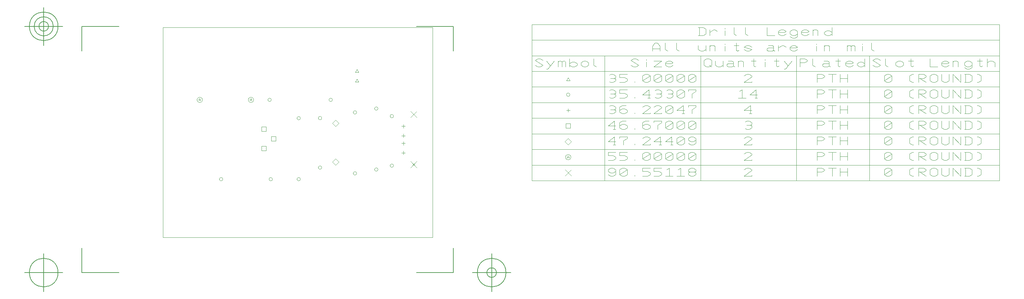
<source format=gbr>
G04 Generated by Ultiboard 13.0 *
%FSLAX25Y25*%
%MOIN*%

%ADD10C,0.00001*%
%ADD11C,0.00039*%
%ADD12C,0.00394*%
%ADD13C,0.00004*%
%ADD14C,0.00500*%


G04 ColorRGB 000000 for the following layer *
%LNDrill Symbols-Copper Top-Copper Bottom*%
%LPD*%
G54D11*
X350189Y189268D02*
X353811Y189268D01*
X352000Y187457D02*
X352000Y191079D01*
X350189Y216827D02*
X353811Y216827D01*
X352000Y215016D02*
X352000Y218638D01*
X350189Y206984D02*
X353811Y206984D01*
X352000Y205173D02*
X352000Y208795D01*
X350189Y199110D02*
X353811Y199110D01*
X352000Y197299D02*
X352000Y200921D01*
X322228Y234992D02*
G75*
D01*
G02X322228Y234992I1772J0*
G01*
X322228Y172000D02*
G75*
D01*
G02X322228Y172000I1772J0*
G01*
X300228Y230992D02*
G75*
D01*
G02X300228Y230992I1772J0*
G01*
X300228Y168000D02*
G75*
D01*
G02X300228Y168000I1772J0*
G01*
X242228Y224992D02*
G75*
D01*
G02X242228Y224992I1772J0*
G01*
X242228Y162000D02*
G75*
D01*
G02X242228Y162000I1772J0*
G01*
X264228Y225181D02*
G75*
D01*
G02X264228Y225181I1772J0*
G01*
X264228Y174000D02*
G75*
D01*
G02X264228Y174000I1772J0*
G01*
X302250Y262692D02*
X305750Y262692D01*
X304000Y265679D01*
X302250Y262692D01*
X302250Y272692D02*
X305750Y272692D01*
X304000Y275679D01*
X302250Y272692D01*
X338228Y227181D02*
G75*
D01*
G02X338228Y227181I1772J0*
G01*
X338228Y176000D02*
G75*
D01*
G02X338228Y176000I1772J0*
G01*
X275220Y244000D02*
G75*
D01*
G02X275220Y244000I1772J0*
G01*
X212228Y244000D02*
G75*
D01*
G02X212228Y244000I1772J0*
G01*
X213409Y162000D02*
G75*
D01*
G02X213409Y162000I1772J0*
G01*
X162228Y162000D02*
G75*
D01*
G02X162228Y162000I1772J0*
G01*
X521843Y231378D02*
X521843Y235000D01*
X520031Y233189D02*
X523654Y233189D01*
X520071Y249331D02*
G75*
D01*
G02X520071Y249331I1772J0*
G01*
X520093Y263722D02*
X523593Y263722D01*
X521843Y266710D01*
X520093Y263722D01*
G54D12*
X359468Y173980D02*
X365871Y180383D01*
X359468Y180383D02*
X365871Y173980D01*
X359468Y225712D02*
X365871Y232115D01*
X359468Y232115D02*
X365871Y225712D01*
X215667Y201667D02*
X220333Y201667D01*
X220333Y206334D01*
X215667Y206334D01*
X215667Y201667D01*
X205667Y191667D02*
X210333Y191667D01*
X210333Y196334D01*
X205667Y196334D01*
X205667Y191667D01*
X205667Y211667D02*
X210333Y211667D01*
X210333Y216333D01*
X205667Y216333D01*
X205667Y211667D01*
X282000Y216659D02*
X285341Y220000D01*
X282000Y223341D01*
X278659Y220000D01*
X282000Y216659D01*
X282000Y176659D02*
X285341Y180000D01*
X282000Y183341D01*
X278659Y180000D01*
X282000Y176659D01*
X140931Y243214D02*
X140931Y244393D01*
X141542Y245179D01*
X142153Y245179D01*
X142764Y244393D01*
X142764Y243214D01*
X140931Y243804D02*
X142764Y243804D01*
X139250Y244000D02*
G75*
D01*
G02X139250Y244000I2750J0*
G01*
X193686Y243214D02*
X193686Y244393D01*
X194298Y245179D01*
X194909Y245179D01*
X195520Y244393D01*
X195520Y243214D01*
X193686Y243804D02*
X195520Y243804D01*
X192006Y244000D02*
G75*
D01*
G02X192006Y244000I2750J0*
G01*
X518641Y165421D02*
X525044Y171824D01*
X518641Y171824D02*
X525044Y165421D01*
X562919Y166935D02*
X565543Y165247D01*
X568168Y165247D01*
X570793Y166935D01*
X570793Y170309D01*
X570793Y171997D01*
X568168Y173684D01*
X565543Y173684D01*
X562919Y171997D01*
X562919Y170309D01*
X565543Y168622D01*
X568168Y168622D01*
X570793Y170309D01*
X574730Y171997D02*
X577354Y173684D01*
X579979Y173684D01*
X582604Y171997D01*
X582604Y166935D01*
X579979Y165247D01*
X577354Y165247D01*
X574730Y166935D01*
X574730Y171997D01*
X582604Y171997D02*
X574730Y166935D01*
X590478Y165247D02*
X590478Y166091D01*
X606226Y173684D02*
X598352Y173684D01*
X598352Y170309D01*
X603601Y170309D01*
X606226Y168622D01*
X606226Y166935D01*
X603601Y165247D01*
X598352Y165247D01*
X618037Y173684D02*
X610163Y173684D01*
X610163Y170309D01*
X615412Y170309D01*
X618037Y168622D01*
X618037Y166935D01*
X615412Y165247D01*
X610163Y165247D01*
X623286Y171997D02*
X625911Y173684D01*
X625911Y165247D01*
X621974Y165247D02*
X629848Y165247D01*
X635097Y171997D02*
X637722Y173684D01*
X637722Y165247D01*
X633785Y165247D02*
X641659Y165247D01*
X650845Y165247D02*
X648220Y165247D01*
X645596Y166935D01*
X645596Y168622D01*
X646908Y169466D01*
X645596Y170309D01*
X645596Y171997D01*
X648220Y173684D01*
X650845Y173684D01*
X653470Y171997D01*
X653470Y170309D01*
X652157Y169466D01*
X653470Y168622D01*
X653470Y166935D01*
X650845Y165247D01*
X646908Y169466D02*
X652157Y169466D01*
X703076Y171997D02*
X705701Y173684D01*
X708325Y173684D01*
X710950Y171997D01*
X710950Y171153D01*
X703076Y165247D01*
X710950Y165247D01*
X710950Y166091D01*
X778273Y165247D02*
X778273Y173684D01*
X783522Y173684D01*
X786147Y171997D01*
X786147Y171153D01*
X783522Y169466D01*
X778273Y169466D01*
X794021Y165247D02*
X794021Y173684D01*
X790084Y173684D02*
X797958Y173684D01*
X801895Y165247D02*
X801895Y173684D01*
X809769Y165247D02*
X809769Y173684D01*
X801895Y169466D02*
X809769Y169466D01*
X847564Y171997D02*
X850189Y173684D01*
X852814Y173684D01*
X855438Y171997D01*
X855438Y166935D01*
X852814Y165247D01*
X850189Y165247D01*
X847564Y166935D01*
X847564Y171997D01*
X855438Y171997D02*
X847564Y166935D01*
X877748Y165247D02*
X876436Y165247D01*
X873811Y166935D01*
X873811Y171997D01*
X876436Y173684D01*
X877748Y173684D01*
X882997Y165247D02*
X882997Y173684D01*
X888247Y173684D01*
X890871Y171997D01*
X890871Y171153D01*
X888247Y169466D01*
X882997Y169466D01*
X884310Y169466D02*
X890871Y165247D01*
X894808Y166935D02*
X897433Y165247D01*
X900058Y165247D01*
X902682Y166935D01*
X902682Y171997D01*
X900058Y173684D01*
X897433Y173684D01*
X894808Y171997D01*
X894808Y166935D01*
X906619Y173684D02*
X906619Y166935D01*
X909244Y165247D01*
X911869Y165247D01*
X914493Y166935D01*
X914493Y173684D01*
X918430Y165247D02*
X918430Y173684D01*
X926304Y165247D01*
X926304Y173684D01*
X930241Y165247D02*
X935491Y165247D01*
X938115Y166935D01*
X938115Y171997D01*
X935491Y173684D01*
X930241Y173684D01*
X931554Y173684D02*
X931554Y165247D01*
X943365Y173684D02*
X944677Y173684D01*
X947302Y171997D01*
X947302Y166935D01*
X944677Y165247D01*
X943365Y165247D01*
X570793Y189826D02*
X562919Y189826D01*
X562919Y186451D01*
X568168Y186451D01*
X570793Y184764D01*
X570793Y183076D01*
X568168Y181389D01*
X562919Y181389D01*
X582604Y189826D02*
X574730Y189826D01*
X574730Y186451D01*
X579979Y186451D01*
X582604Y184764D01*
X582604Y183076D01*
X579979Y181389D01*
X574730Y181389D01*
X590478Y181389D02*
X590478Y182233D01*
X598352Y188138D02*
X600976Y189826D01*
X603601Y189826D01*
X606226Y188138D01*
X606226Y183076D01*
X603601Y181389D01*
X600976Y181389D01*
X598352Y183076D01*
X598352Y188138D01*
X606226Y188138D02*
X598352Y183076D01*
X610163Y188138D02*
X612787Y189826D01*
X615412Y189826D01*
X618037Y188138D01*
X618037Y183076D01*
X615412Y181389D01*
X612787Y181389D01*
X610163Y183076D01*
X610163Y188138D01*
X618037Y188138D02*
X610163Y183076D01*
X621974Y188138D02*
X624598Y189826D01*
X627223Y189826D01*
X629848Y188138D01*
X629848Y183076D01*
X627223Y181389D01*
X624598Y181389D01*
X621974Y183076D01*
X621974Y188138D01*
X629848Y188138D02*
X621974Y183076D01*
X633785Y188138D02*
X636409Y189826D01*
X639034Y189826D01*
X641659Y188138D01*
X641659Y183076D01*
X639034Y181389D01*
X636409Y181389D01*
X633785Y183076D01*
X633785Y188138D01*
X641659Y188138D02*
X633785Y183076D01*
X645596Y188138D02*
X648220Y189826D01*
X650845Y189826D01*
X653470Y188138D01*
X653470Y183076D01*
X650845Y181389D01*
X648220Y181389D01*
X645596Y183076D01*
X645596Y188138D01*
X653470Y188138D02*
X645596Y183076D01*
X703076Y188138D02*
X705701Y189826D01*
X708325Y189826D01*
X710950Y188138D01*
X710950Y187295D01*
X703076Y181389D01*
X710950Y181389D01*
X710950Y182233D01*
X778273Y181389D02*
X778273Y189826D01*
X783522Y189826D01*
X786147Y188138D01*
X786147Y187295D01*
X783522Y185607D01*
X778273Y185607D01*
X794021Y181389D02*
X794021Y189826D01*
X790084Y189826D02*
X797958Y189826D01*
X801895Y181389D02*
X801895Y189826D01*
X809769Y181389D02*
X809769Y189826D01*
X801895Y185607D02*
X809769Y185607D01*
X847564Y188138D02*
X850189Y189826D01*
X852814Y189826D01*
X855438Y188138D01*
X855438Y183076D01*
X852814Y181389D01*
X850189Y181389D01*
X847564Y183076D01*
X847564Y188138D01*
X855438Y188138D02*
X847564Y183076D01*
X877748Y181389D02*
X876436Y181389D01*
X873811Y183076D01*
X873811Y188138D01*
X876436Y189826D01*
X877748Y189826D01*
X882997Y181389D02*
X882997Y189826D01*
X888247Y189826D01*
X890871Y188138D01*
X890871Y187295D01*
X888247Y185607D01*
X882997Y185607D01*
X884310Y185607D02*
X890871Y181389D01*
X894808Y183076D02*
X897433Y181389D01*
X900058Y181389D01*
X902682Y183076D01*
X902682Y188138D01*
X900058Y189826D01*
X897433Y189826D01*
X894808Y188138D01*
X894808Y183076D01*
X906619Y189826D02*
X906619Y183076D01*
X909244Y181389D01*
X911869Y181389D01*
X914493Y183076D01*
X914493Y189826D01*
X918430Y181389D02*
X918430Y189826D01*
X926304Y181389D01*
X926304Y189826D01*
X930241Y181389D02*
X935491Y181389D01*
X938115Y183076D01*
X938115Y188138D01*
X935491Y189826D01*
X930241Y189826D01*
X931554Y189826D02*
X931554Y181389D01*
X943365Y189826D02*
X944677Y189826D01*
X947302Y188138D01*
X947302Y183076D01*
X944677Y181389D01*
X943365Y181389D01*
X520773Y183978D02*
X520773Y185157D01*
X521384Y185942D01*
X521995Y185942D01*
X522606Y185157D01*
X522606Y183978D01*
X520773Y184567D02*
X522606Y184567D01*
X519093Y184764D02*
G75*
D01*
G02X519093Y184764I2750J0*
G01*
X570793Y200906D02*
X562919Y200906D01*
X569480Y205967D01*
X569480Y197531D01*
X568168Y197531D02*
X570793Y197531D01*
X578667Y197531D02*
X578667Y201749D01*
X582604Y204280D01*
X582604Y205967D01*
X574730Y205967D01*
X574730Y204280D01*
X590478Y197531D02*
X590478Y198375D01*
X598352Y204280D02*
X600976Y205967D01*
X603601Y205967D01*
X606226Y204280D01*
X606226Y203436D01*
X598352Y197531D01*
X606226Y197531D01*
X606226Y198375D01*
X618037Y200906D02*
X610163Y200906D01*
X616724Y205967D01*
X616724Y197531D01*
X615412Y197531D02*
X618037Y197531D01*
X629848Y200906D02*
X621974Y200906D01*
X628535Y205967D01*
X628535Y197531D01*
X627223Y197531D02*
X629848Y197531D01*
X633785Y204280D02*
X636409Y205967D01*
X639034Y205967D01*
X641659Y204280D01*
X641659Y199218D01*
X639034Y197531D01*
X636409Y197531D01*
X633785Y199218D01*
X633785Y204280D01*
X641659Y204280D02*
X633785Y199218D01*
X645596Y199218D02*
X648220Y197531D01*
X650845Y197531D01*
X653470Y199218D01*
X653470Y202593D01*
X653470Y204280D01*
X650845Y205967D01*
X648220Y205967D01*
X645596Y204280D01*
X645596Y202593D01*
X648220Y200906D01*
X650845Y200906D01*
X653470Y202593D01*
X703076Y204280D02*
X705701Y205967D01*
X708325Y205967D01*
X710950Y204280D01*
X710950Y203436D01*
X703076Y197531D01*
X710950Y197531D01*
X710950Y198375D01*
X778273Y197531D02*
X778273Y205967D01*
X783522Y205967D01*
X786147Y204280D01*
X786147Y203436D01*
X783522Y201749D01*
X778273Y201749D01*
X794021Y197531D02*
X794021Y205967D01*
X790084Y205967D02*
X797958Y205967D01*
X801895Y197531D02*
X801895Y205967D01*
X809769Y197531D02*
X809769Y205967D01*
X801895Y201749D02*
X809769Y201749D01*
X847564Y204280D02*
X850189Y205967D01*
X852814Y205967D01*
X855438Y204280D01*
X855438Y199218D01*
X852814Y197531D01*
X850189Y197531D01*
X847564Y199218D01*
X847564Y204280D01*
X855438Y204280D02*
X847564Y199218D01*
X877748Y197531D02*
X876436Y197531D01*
X873811Y199218D01*
X873811Y204280D01*
X876436Y205967D01*
X877748Y205967D01*
X882997Y197531D02*
X882997Y205967D01*
X888247Y205967D01*
X890871Y204280D01*
X890871Y203436D01*
X888247Y201749D01*
X882997Y201749D01*
X884310Y201749D02*
X890871Y197531D01*
X894808Y199218D02*
X897433Y197531D01*
X900058Y197531D01*
X902682Y199218D01*
X902682Y204280D01*
X900058Y205967D01*
X897433Y205967D01*
X894808Y204280D01*
X894808Y199218D01*
X906619Y205967D02*
X906619Y199218D01*
X909244Y197531D01*
X911869Y197531D01*
X914493Y199218D01*
X914493Y205967D01*
X918430Y197531D02*
X918430Y205967D01*
X926304Y197531D01*
X926304Y205967D01*
X930241Y197531D02*
X935491Y197531D01*
X938115Y199218D01*
X938115Y204280D01*
X935491Y205967D01*
X930241Y205967D01*
X931554Y205967D02*
X931554Y197531D01*
X943365Y205967D02*
X944677Y205967D01*
X947302Y204280D01*
X947302Y199218D01*
X944677Y197531D01*
X943365Y197531D01*
X521843Y197565D02*
X525183Y200906D01*
X521843Y204246D01*
X518502Y200906D01*
X521843Y197565D01*
X570793Y217047D02*
X562919Y217047D01*
X569480Y222109D01*
X569480Y213673D01*
X568168Y213673D02*
X570793Y213673D01*
X581291Y222109D02*
X577354Y222109D01*
X574730Y220422D01*
X574730Y217047D01*
X574730Y215360D01*
X577354Y213673D01*
X579979Y213673D01*
X582604Y215360D01*
X582604Y217047D01*
X579979Y218735D01*
X577354Y218735D01*
X574730Y217047D01*
X590478Y213673D02*
X590478Y214516D01*
X604913Y222109D02*
X600976Y222109D01*
X598352Y220422D01*
X598352Y217047D01*
X598352Y215360D01*
X600976Y213673D01*
X603601Y213673D01*
X606226Y215360D01*
X606226Y217047D01*
X603601Y218735D01*
X600976Y218735D01*
X598352Y217047D01*
X614100Y213673D02*
X614100Y217891D01*
X618037Y220422D01*
X618037Y222109D01*
X610163Y222109D01*
X610163Y220422D01*
X621974Y220422D02*
X624598Y222109D01*
X627223Y222109D01*
X629848Y220422D01*
X629848Y215360D01*
X627223Y213673D01*
X624598Y213673D01*
X621974Y215360D01*
X621974Y220422D01*
X629848Y220422D02*
X621974Y215360D01*
X633785Y220422D02*
X636409Y222109D01*
X639034Y222109D01*
X641659Y220422D01*
X641659Y215360D01*
X639034Y213673D01*
X636409Y213673D01*
X633785Y215360D01*
X633785Y220422D01*
X641659Y220422D02*
X633785Y215360D01*
X645596Y220422D02*
X648220Y222109D01*
X650845Y222109D01*
X653470Y220422D01*
X653470Y215360D01*
X650845Y213673D01*
X648220Y213673D01*
X645596Y215360D01*
X645596Y220422D01*
X653470Y220422D02*
X645596Y215360D01*
X704388Y221265D02*
X705701Y222109D01*
X708325Y222109D01*
X710950Y220422D01*
X710950Y218735D01*
X709638Y217891D01*
X710950Y217047D01*
X710950Y215360D01*
X708325Y213673D01*
X705701Y213673D01*
X704388Y214516D01*
X705701Y217891D02*
X709638Y217891D01*
X778273Y213673D02*
X778273Y222109D01*
X783522Y222109D01*
X786147Y220422D01*
X786147Y219578D01*
X783522Y217891D01*
X778273Y217891D01*
X794021Y213673D02*
X794021Y222109D01*
X790084Y222109D02*
X797958Y222109D01*
X801895Y213673D02*
X801895Y222109D01*
X809769Y213673D02*
X809769Y222109D01*
X801895Y217891D02*
X809769Y217891D01*
X847564Y220422D02*
X850189Y222109D01*
X852814Y222109D01*
X855438Y220422D01*
X855438Y215360D01*
X852814Y213673D01*
X850189Y213673D01*
X847564Y215360D01*
X847564Y220422D01*
X855438Y220422D02*
X847564Y215360D01*
X877748Y213673D02*
X876436Y213673D01*
X873811Y215360D01*
X873811Y220422D01*
X876436Y222109D01*
X877748Y222109D01*
X882997Y213673D02*
X882997Y222109D01*
X888247Y222109D01*
X890871Y220422D01*
X890871Y219578D01*
X888247Y217891D01*
X882997Y217891D01*
X884310Y217891D02*
X890871Y213673D01*
X894808Y215360D02*
X897433Y213673D01*
X900058Y213673D01*
X902682Y215360D01*
X902682Y220422D01*
X900058Y222109D01*
X897433Y222109D01*
X894808Y220422D01*
X894808Y215360D01*
X906619Y222109D02*
X906619Y215360D01*
X909244Y213673D01*
X911869Y213673D01*
X914493Y215360D01*
X914493Y222109D01*
X918430Y213673D02*
X918430Y222109D01*
X926304Y213673D01*
X926304Y222109D01*
X930241Y213673D02*
X935491Y213673D01*
X938115Y215360D01*
X938115Y220422D01*
X935491Y222109D01*
X930241Y222109D01*
X931554Y222109D02*
X931554Y213673D01*
X943365Y222109D02*
X944677Y222109D01*
X947302Y220422D01*
X947302Y215360D01*
X944677Y213673D01*
X943365Y213673D01*
X519509Y214714D02*
X524176Y214714D01*
X524176Y219381D01*
X519509Y219381D01*
X519509Y214714D01*
X564231Y237407D02*
X565543Y238251D01*
X568168Y238251D01*
X570793Y236564D01*
X570793Y234876D01*
X569480Y234033D01*
X570793Y233189D01*
X570793Y231502D01*
X568168Y229814D01*
X565543Y229814D01*
X564231Y230658D01*
X565543Y234033D02*
X569480Y234033D01*
X581291Y238251D02*
X577354Y238251D01*
X574730Y236564D01*
X574730Y233189D01*
X574730Y231502D01*
X577354Y229814D01*
X579979Y229814D01*
X582604Y231502D01*
X582604Y233189D01*
X579979Y234876D01*
X577354Y234876D01*
X574730Y233189D01*
X590478Y229814D02*
X590478Y230658D01*
X598352Y236564D02*
X600976Y238251D01*
X603601Y238251D01*
X606226Y236564D01*
X606226Y235720D01*
X598352Y229814D01*
X606226Y229814D01*
X606226Y230658D01*
X610163Y236564D02*
X612787Y238251D01*
X615412Y238251D01*
X618037Y236564D01*
X618037Y235720D01*
X610163Y229814D01*
X618037Y229814D01*
X618037Y230658D01*
X621974Y236564D02*
X624598Y238251D01*
X627223Y238251D01*
X629848Y236564D01*
X629848Y231502D01*
X627223Y229814D01*
X624598Y229814D01*
X621974Y231502D01*
X621974Y236564D01*
X629848Y236564D02*
X621974Y231502D01*
X641659Y233189D02*
X633785Y233189D01*
X640346Y238251D01*
X640346Y229814D01*
X639034Y229814D02*
X641659Y229814D01*
X649533Y229814D02*
X649533Y234033D01*
X653470Y236564D01*
X653470Y238251D01*
X645596Y238251D01*
X645596Y236564D01*
X710950Y233189D02*
X703076Y233189D01*
X709638Y238251D01*
X709638Y229814D01*
X708325Y229814D02*
X710950Y229814D01*
X778273Y229814D02*
X778273Y238251D01*
X783522Y238251D01*
X786147Y236564D01*
X786147Y235720D01*
X783522Y234033D01*
X778273Y234033D01*
X794021Y229814D02*
X794021Y238251D01*
X790084Y238251D02*
X797958Y238251D01*
X801895Y229814D02*
X801895Y238251D01*
X809769Y229814D02*
X809769Y238251D01*
X801895Y234033D02*
X809769Y234033D01*
X847564Y236564D02*
X850189Y238251D01*
X852814Y238251D01*
X855438Y236564D01*
X855438Y231502D01*
X852814Y229814D01*
X850189Y229814D01*
X847564Y231502D01*
X847564Y236564D01*
X855438Y236564D02*
X847564Y231502D01*
X877748Y229814D02*
X876436Y229814D01*
X873811Y231502D01*
X873811Y236564D01*
X876436Y238251D01*
X877748Y238251D01*
X882997Y229814D02*
X882997Y238251D01*
X888247Y238251D01*
X890871Y236564D01*
X890871Y235720D01*
X888247Y234033D01*
X882997Y234033D01*
X884310Y234033D02*
X890871Y229814D01*
X894808Y231502D02*
X897433Y229814D01*
X900058Y229814D01*
X902682Y231502D01*
X902682Y236564D01*
X900058Y238251D01*
X897433Y238251D01*
X894808Y236564D01*
X894808Y231502D01*
X906619Y238251D02*
X906619Y231502D01*
X909244Y229814D01*
X911869Y229814D01*
X914493Y231502D01*
X914493Y238251D01*
X918430Y229814D02*
X918430Y238251D01*
X926304Y229814D01*
X926304Y238251D01*
X930241Y229814D02*
X935491Y229814D01*
X938115Y231502D01*
X938115Y236564D01*
X935491Y238251D01*
X930241Y238251D01*
X931554Y238251D02*
X931554Y229814D01*
X943365Y238251D02*
X944677Y238251D01*
X947302Y236564D01*
X947302Y231502D01*
X944677Y229814D01*
X943365Y229814D01*
X564231Y253549D02*
X565543Y254393D01*
X568168Y254393D01*
X570793Y252705D01*
X570793Y251018D01*
X569480Y250174D01*
X570793Y249331D01*
X570793Y247643D01*
X568168Y245956D01*
X565543Y245956D01*
X564231Y246800D01*
X565543Y250174D02*
X569480Y250174D01*
X582604Y254393D02*
X574730Y254393D01*
X574730Y251018D01*
X579979Y251018D01*
X582604Y249331D01*
X582604Y247643D01*
X579979Y245956D01*
X574730Y245956D01*
X590478Y245956D02*
X590478Y246800D01*
X606226Y249331D02*
X598352Y249331D01*
X604913Y254393D01*
X604913Y245956D01*
X603601Y245956D02*
X606226Y245956D01*
X611475Y253549D02*
X612787Y254393D01*
X615412Y254393D01*
X618037Y252705D01*
X618037Y251018D01*
X616724Y250174D01*
X618037Y249331D01*
X618037Y247643D01*
X615412Y245956D01*
X612787Y245956D01*
X611475Y246800D01*
X612787Y250174D02*
X616724Y250174D01*
X623286Y253549D02*
X624598Y254393D01*
X627223Y254393D01*
X629848Y252705D01*
X629848Y251018D01*
X628535Y250174D01*
X629848Y249331D01*
X629848Y247643D01*
X627223Y245956D01*
X624598Y245956D01*
X623286Y246800D01*
X624598Y250174D02*
X628535Y250174D01*
X633785Y252705D02*
X636409Y254393D01*
X639034Y254393D01*
X641659Y252705D01*
X641659Y247643D01*
X639034Y245956D01*
X636409Y245956D01*
X633785Y247643D01*
X633785Y252705D01*
X641659Y252705D02*
X633785Y247643D01*
X649533Y245956D02*
X649533Y250174D01*
X653470Y252705D01*
X653470Y254393D01*
X645596Y254393D01*
X645596Y252705D01*
X698483Y252705D02*
X701108Y254393D01*
X701108Y245956D01*
X697171Y245956D02*
X705045Y245956D01*
X716856Y249331D02*
X708982Y249331D01*
X715543Y254393D01*
X715543Y245956D01*
X714231Y245956D02*
X716856Y245956D01*
X778273Y245956D02*
X778273Y254393D01*
X783522Y254393D01*
X786147Y252705D01*
X786147Y251862D01*
X783522Y250174D01*
X778273Y250174D01*
X794021Y245956D02*
X794021Y254393D01*
X790084Y254393D02*
X797958Y254393D01*
X801895Y245956D02*
X801895Y254393D01*
X809769Y245956D02*
X809769Y254393D01*
X801895Y250174D02*
X809769Y250174D01*
X847564Y252705D02*
X850189Y254393D01*
X852814Y254393D01*
X855438Y252705D01*
X855438Y247643D01*
X852814Y245956D01*
X850189Y245956D01*
X847564Y247643D01*
X847564Y252705D01*
X855438Y252705D02*
X847564Y247643D01*
X877748Y245956D02*
X876436Y245956D01*
X873811Y247643D01*
X873811Y252705D01*
X876436Y254393D01*
X877748Y254393D01*
X882997Y245956D02*
X882997Y254393D01*
X888247Y254393D01*
X890871Y252705D01*
X890871Y251862D01*
X888247Y250174D01*
X882997Y250174D01*
X884310Y250174D02*
X890871Y245956D01*
X894808Y247643D02*
X897433Y245956D01*
X900058Y245956D01*
X902682Y247643D01*
X902682Y252705D01*
X900058Y254393D01*
X897433Y254393D01*
X894808Y252705D01*
X894808Y247643D01*
X906619Y254393D02*
X906619Y247643D01*
X909244Y245956D01*
X911869Y245956D01*
X914493Y247643D01*
X914493Y254393D01*
X918430Y245956D02*
X918430Y254393D01*
X926304Y245956D01*
X926304Y254393D01*
X930241Y245956D02*
X935491Y245956D01*
X938115Y247643D01*
X938115Y252705D01*
X935491Y254393D01*
X930241Y254393D01*
X931554Y254393D02*
X931554Y245956D01*
X943365Y254393D02*
X944677Y254393D01*
X947302Y252705D01*
X947302Y247643D01*
X944677Y245956D01*
X943365Y245956D01*
X564231Y269691D02*
X565543Y270534D01*
X568168Y270534D01*
X570793Y268847D01*
X570793Y267160D01*
X569480Y266316D01*
X570793Y265472D01*
X570793Y263785D01*
X568168Y262098D01*
X565543Y262098D01*
X564231Y262942D01*
X565543Y266316D02*
X569480Y266316D01*
X582604Y270534D02*
X574730Y270534D01*
X574730Y267160D01*
X579979Y267160D01*
X582604Y265472D01*
X582604Y263785D01*
X579979Y262098D01*
X574730Y262098D01*
X590478Y262098D02*
X590478Y262942D01*
X598352Y268847D02*
X600976Y270534D01*
X603601Y270534D01*
X606226Y268847D01*
X606226Y263785D01*
X603601Y262098D01*
X600976Y262098D01*
X598352Y263785D01*
X598352Y268847D01*
X606226Y268847D02*
X598352Y263785D01*
X610163Y268847D02*
X612787Y270534D01*
X615412Y270534D01*
X618037Y268847D01*
X618037Y263785D01*
X615412Y262098D01*
X612787Y262098D01*
X610163Y263785D01*
X610163Y268847D01*
X618037Y268847D02*
X610163Y263785D01*
X621974Y268847D02*
X624598Y270534D01*
X627223Y270534D01*
X629848Y268847D01*
X629848Y263785D01*
X627223Y262098D01*
X624598Y262098D01*
X621974Y263785D01*
X621974Y268847D01*
X629848Y268847D02*
X621974Y263785D01*
X633785Y268847D02*
X636409Y270534D01*
X639034Y270534D01*
X641659Y268847D01*
X641659Y263785D01*
X639034Y262098D01*
X636409Y262098D01*
X633785Y263785D01*
X633785Y268847D01*
X641659Y268847D02*
X633785Y263785D01*
X645596Y268847D02*
X648220Y270534D01*
X650845Y270534D01*
X653470Y268847D01*
X653470Y263785D01*
X650845Y262098D01*
X648220Y262098D01*
X645596Y263785D01*
X645596Y268847D01*
X653470Y268847D02*
X645596Y263785D01*
X703076Y268847D02*
X705701Y270534D01*
X708325Y270534D01*
X710950Y268847D01*
X710950Y268003D01*
X703076Y262098D01*
X710950Y262098D01*
X710950Y262942D01*
X778273Y262098D02*
X778273Y270534D01*
X783522Y270534D01*
X786147Y268847D01*
X786147Y268003D01*
X783522Y266316D01*
X778273Y266316D01*
X794021Y262098D02*
X794021Y270534D01*
X790084Y270534D02*
X797958Y270534D01*
X801895Y262098D02*
X801895Y270534D01*
X809769Y262098D02*
X809769Y270534D01*
X801895Y266316D02*
X809769Y266316D01*
X847564Y268847D02*
X850189Y270534D01*
X852814Y270534D01*
X855438Y268847D01*
X855438Y263785D01*
X852814Y262098D01*
X850189Y262098D01*
X847564Y263785D01*
X847564Y268847D01*
X855438Y268847D02*
X847564Y263785D01*
X877748Y262098D02*
X876436Y262098D01*
X873811Y263785D01*
X873811Y268847D01*
X876436Y270534D01*
X877748Y270534D01*
X882997Y262098D02*
X882997Y270534D01*
X888247Y270534D01*
X890871Y268847D01*
X890871Y268003D01*
X888247Y266316D01*
X882997Y266316D01*
X884310Y266316D02*
X890871Y262098D01*
X894808Y263785D02*
X897433Y262098D01*
X900058Y262098D01*
X902682Y263785D01*
X902682Y268847D01*
X900058Y270534D01*
X897433Y270534D01*
X894808Y268847D01*
X894808Y263785D01*
X906619Y270534D02*
X906619Y263785D01*
X909244Y262098D01*
X911869Y262098D01*
X914493Y263785D01*
X914493Y270534D01*
X918430Y262098D02*
X918430Y270534D01*
X926304Y262098D01*
X926304Y270534D01*
X930241Y262098D02*
X935491Y262098D01*
X938115Y263785D01*
X938115Y268847D01*
X935491Y270534D01*
X930241Y270534D01*
X931554Y270534D02*
X931554Y262098D01*
X943365Y270534D02*
X944677Y270534D01*
X947302Y268847D01*
X947302Y263785D01*
X944677Y262098D01*
X943365Y262098D01*
G04 ColorRGB 00FFFF for the following layer *
%LNBoard Outline*%
%LPD*%
G54D10*
G54D13*
X103996Y101998D02*
X382021Y101998D01*
X382021Y319000D01*
X103996Y319000D01*
X103996Y101998D01*
G54D14*
X20500Y65500D02*
X20500Y90950D01*
X20500Y65500D02*
X58804Y65500D01*
X403535Y65500D02*
X365232Y65500D01*
X403535Y65500D02*
X403535Y90950D01*
X403535Y320000D02*
X403535Y294550D01*
X403535Y320000D02*
X365232Y320000D01*
X20500Y320000D02*
X58804Y320000D01*
X20500Y320000D02*
X20500Y294550D01*
X815Y65500D02*
X-38555Y65500D01*
X-18870Y45815D02*
X-18870Y85185D01*
X-33634Y65500D02*
G75*
D01*
G02X-33634Y65500I14764J0*
G01*
X423220Y65500D02*
X462591Y65500D01*
X442906Y45815D02*
X442906Y85185D01*
X428142Y65500D02*
G75*
D01*
G02X428142Y65500I14764J0*
G01*
X437984Y65500D02*
G75*
D01*
G02X437984Y65500I4922J0*
G01*
X815Y320000D02*
X-38555Y320000D01*
X-18870Y300315D02*
X-18870Y339685D01*
X-33634Y320000D02*
G75*
D01*
G02X-33634Y320000I14764J0*
G01*
X-28713Y320000D02*
G75*
D01*
G02X-28713Y320000I9843J0*
G01*
X-23791Y320000D02*
G75*
D01*
G02X-23791Y320000I4921J0*
G01*
G04 ColorRGB 66FFCC for the following layer *
%LNLegend Description*%
%LPD*%
G54D12*
X484244Y160551D02*
X966528Y160551D01*
X966528Y321969D01*
X484244Y321969D01*
X484244Y160551D01*
X559441Y289685D02*
X559441Y160551D01*
X658260Y289685D02*
X658260Y160551D01*
X757079Y289685D02*
X757079Y160551D01*
X832276Y289685D02*
X832276Y160551D01*
X966528Y289685D02*
X966528Y160551D01*
X484244Y176693D02*
X966528Y176693D01*
X484244Y192835D02*
X966528Y192835D01*
X484244Y208976D02*
X966528Y208976D01*
X484244Y225118D02*
X966528Y225118D01*
X484244Y241260D02*
X966528Y241260D01*
X484244Y257402D02*
X966528Y257402D01*
X487722Y279927D02*
X490346Y278240D01*
X492971Y278240D01*
X495596Y279927D01*
X487722Y284989D01*
X490346Y286676D01*
X492971Y286676D01*
X495596Y284989D01*
X499533Y275709D02*
X500845Y275709D01*
X507407Y284145D01*
X499533Y284145D02*
X503470Y279083D01*
X511344Y278240D02*
X511344Y283301D01*
X511344Y284145D01*
X511344Y283301D02*
X512656Y284145D01*
X513969Y284145D01*
X515281Y283301D01*
X516593Y284145D01*
X517906Y284145D01*
X519218Y283301D01*
X519218Y278240D01*
X515281Y283301D02*
X515281Y278240D01*
X523155Y279927D02*
X525780Y278240D01*
X528404Y278240D01*
X531029Y279927D01*
X531029Y281614D01*
X528404Y283301D01*
X525780Y283301D01*
X523155Y281614D01*
X523155Y286676D02*
X523155Y278240D01*
X534966Y279927D02*
X537591Y278240D01*
X540215Y278240D01*
X542840Y279927D01*
X542840Y282458D01*
X540215Y284145D01*
X537591Y284145D01*
X534966Y282458D01*
X534966Y279927D01*
X548089Y286676D02*
X548089Y279927D01*
X550714Y278240D01*
X484244Y273543D02*
X966528Y273543D01*
X586541Y279927D02*
X589165Y278240D01*
X591790Y278240D01*
X594415Y279927D01*
X586541Y284989D01*
X589165Y286676D01*
X591790Y286676D01*
X594415Y284989D01*
X602289Y278240D02*
X602289Y283301D01*
X602289Y284989D02*
X602289Y285832D01*
X610163Y284145D02*
X618037Y284145D01*
X610163Y278240D01*
X618037Y278240D01*
X629848Y279927D02*
X627223Y278240D01*
X624598Y278240D01*
X621974Y279927D01*
X621974Y282458D01*
X624598Y284145D01*
X627223Y284145D01*
X629848Y282458D01*
X628535Y281614D01*
X621974Y281614D01*
X661738Y279927D02*
X664362Y278240D01*
X666987Y278240D01*
X669612Y279927D01*
X669612Y284989D01*
X666987Y286676D01*
X664362Y286676D01*
X661738Y284989D01*
X661738Y279927D01*
X666987Y279927D02*
X669612Y278240D01*
X673549Y284145D02*
X673549Y279927D01*
X676173Y278240D01*
X678798Y278240D01*
X681423Y279927D01*
X681423Y284145D01*
X681423Y279927D02*
X681423Y278240D01*
X686672Y284145D02*
X690609Y284145D01*
X691921Y283301D01*
X691921Y279083D01*
X690609Y278240D01*
X686672Y278240D01*
X685360Y279083D01*
X685360Y280771D01*
X686672Y281614D01*
X691921Y281614D01*
X691921Y279083D02*
X693234Y278240D01*
X697171Y278240D02*
X697171Y283301D01*
X697171Y284145D01*
X697171Y283301D02*
X698483Y284145D01*
X701108Y284145D01*
X702420Y283301D01*
X702420Y278240D01*
X715543Y279083D02*
X714231Y278240D01*
X712919Y279083D01*
X712919Y286676D01*
X710294Y284145D02*
X715543Y284145D01*
X724730Y278240D02*
X724730Y283301D01*
X724730Y284989D02*
X724730Y285832D01*
X739165Y279083D02*
X737853Y278240D01*
X736541Y279083D01*
X736541Y286676D01*
X733916Y284145D02*
X739165Y284145D01*
X744415Y275709D02*
X745727Y275709D01*
X752289Y284145D01*
X744415Y284145D02*
X748352Y279083D01*
X760556Y278240D02*
X760556Y286676D01*
X765806Y286676D01*
X768430Y284989D01*
X768430Y284145D01*
X765806Y282458D01*
X760556Y282458D01*
X773680Y286676D02*
X773680Y279927D01*
X776304Y278240D01*
X785491Y284145D02*
X789428Y284145D01*
X790740Y283301D01*
X790740Y279083D01*
X789428Y278240D01*
X785491Y278240D01*
X784178Y279083D01*
X784178Y280771D01*
X785491Y281614D01*
X790740Y281614D01*
X790740Y279083D02*
X792052Y278240D01*
X802551Y279083D02*
X801239Y278240D01*
X799927Y279083D01*
X799927Y286676D01*
X797302Y284145D02*
X802551Y284145D01*
X815675Y279927D02*
X813050Y278240D01*
X810425Y278240D01*
X807801Y279927D01*
X807801Y282458D01*
X810425Y284145D01*
X813050Y284145D01*
X815675Y282458D01*
X814362Y281614D01*
X807801Y281614D01*
X827486Y279927D02*
X824861Y278240D01*
X822236Y278240D01*
X819612Y279927D01*
X819612Y281614D01*
X822236Y283301D01*
X824861Y283301D01*
X827486Y281614D01*
X827486Y286676D02*
X827486Y278240D01*
X835753Y279927D02*
X838378Y278240D01*
X841003Y278240D01*
X843627Y279927D01*
X835753Y284989D01*
X838378Y286676D01*
X841003Y286676D01*
X843627Y284989D01*
X848877Y286676D02*
X848877Y279927D01*
X851501Y278240D01*
X859375Y279927D02*
X862000Y278240D01*
X864625Y278240D01*
X867249Y279927D01*
X867249Y282458D01*
X864625Y284145D01*
X862000Y284145D01*
X859375Y282458D01*
X859375Y279927D01*
X877748Y279083D02*
X876436Y278240D01*
X875123Y279083D01*
X875123Y286676D01*
X872499Y284145D02*
X877748Y284145D01*
X894808Y286676D02*
X894808Y278240D01*
X902682Y278240D01*
X914493Y279927D02*
X911869Y278240D01*
X909244Y278240D01*
X906619Y279927D01*
X906619Y282458D01*
X909244Y284145D01*
X911869Y284145D01*
X914493Y282458D01*
X913181Y281614D01*
X906619Y281614D01*
X918430Y278240D02*
X918430Y283301D01*
X918430Y284145D01*
X918430Y283301D02*
X919743Y284145D01*
X922367Y284145D01*
X923680Y283301D01*
X923680Y278240D01*
X930241Y277396D02*
X932866Y275709D01*
X935491Y275709D01*
X938115Y277396D01*
X938115Y279927D01*
X938115Y282458D01*
X935491Y284145D01*
X932866Y284145D01*
X930241Y282458D01*
X930241Y279927D01*
X932866Y278240D01*
X935491Y278240D01*
X938115Y279927D01*
X948614Y279083D02*
X947302Y278240D01*
X945990Y279083D01*
X945990Y286676D01*
X943365Y284145D02*
X948614Y284145D01*
X953864Y282458D02*
X956488Y284145D01*
X959113Y284145D01*
X961738Y282458D01*
X961738Y278240D01*
X953864Y286676D02*
X953864Y278240D01*
X484244Y289685D02*
X966528Y289685D01*
X608588Y294381D02*
X608588Y299443D01*
X611213Y302818D01*
X613837Y302818D01*
X616462Y299443D01*
X616462Y294381D01*
X608588Y296912D02*
X616462Y296912D01*
X621711Y302818D02*
X621711Y296069D01*
X624336Y294381D01*
X633522Y302818D02*
X633522Y296069D01*
X636147Y294381D01*
X655832Y300287D02*
X655832Y296069D01*
X658457Y294381D01*
X661081Y294381D01*
X663706Y296069D01*
X663706Y300287D01*
X663706Y296069D02*
X663706Y294381D01*
X667643Y294381D02*
X667643Y299443D01*
X667643Y300287D01*
X667643Y299443D02*
X668955Y300287D01*
X671580Y300287D01*
X672892Y299443D01*
X672892Y294381D01*
X683391Y294381D02*
X683391Y299443D01*
X683391Y301130D02*
X683391Y301974D01*
X697827Y295225D02*
X696514Y294381D01*
X695202Y295225D01*
X695202Y302818D01*
X692577Y300287D02*
X697827Y300287D01*
X703076Y296069D02*
X705701Y294381D01*
X708325Y294381D01*
X710950Y296069D01*
X703076Y298600D01*
X705701Y300287D01*
X708325Y300287D01*
X710950Y298600D01*
X728010Y300287D02*
X731948Y300287D01*
X733260Y299443D01*
X733260Y295225D01*
X731948Y294381D01*
X728010Y294381D01*
X726698Y295225D01*
X726698Y296912D01*
X728010Y297756D01*
X733260Y297756D01*
X733260Y295225D02*
X734572Y294381D01*
X738509Y297756D02*
X742446Y300287D01*
X743759Y300287D01*
X746383Y298600D01*
X738509Y294381D02*
X738509Y300287D01*
X758194Y296069D02*
X755570Y294381D01*
X752945Y294381D01*
X750320Y296069D01*
X750320Y298600D01*
X752945Y300287D01*
X755570Y300287D01*
X758194Y298600D01*
X756882Y297756D01*
X750320Y297756D01*
X777879Y294381D02*
X777879Y299443D01*
X777879Y301130D02*
X777879Y301974D01*
X785753Y294381D02*
X785753Y299443D01*
X785753Y300287D01*
X785753Y299443D02*
X787066Y300287D01*
X789690Y300287D01*
X791003Y299443D01*
X791003Y294381D01*
X809375Y294381D02*
X809375Y299443D01*
X809375Y300287D01*
X809375Y299443D02*
X810688Y300287D01*
X812000Y300287D01*
X813312Y299443D01*
X814625Y300287D01*
X815937Y300287D01*
X817249Y299443D01*
X817249Y294381D01*
X813312Y299443D02*
X813312Y294381D01*
X825123Y294381D02*
X825123Y299443D01*
X825123Y301130D02*
X825123Y301974D01*
X834310Y302818D02*
X834310Y296069D01*
X836934Y294381D01*
X484244Y305827D02*
X966528Y305827D01*
X655832Y310523D02*
X661081Y310523D01*
X663706Y312210D01*
X663706Y317272D01*
X661081Y318960D01*
X655832Y318960D01*
X657144Y318960D02*
X657144Y310523D01*
X667643Y313898D02*
X671580Y316429D01*
X672892Y316429D01*
X675517Y314741D01*
X667643Y310523D02*
X667643Y316429D01*
X683391Y310523D02*
X683391Y315585D01*
X683391Y317272D02*
X683391Y318116D01*
X692577Y318960D02*
X692577Y312210D01*
X695202Y310523D01*
X704388Y318960D02*
X704388Y312210D01*
X707013Y310523D01*
X726698Y318960D02*
X726698Y310523D01*
X734572Y310523D01*
X746383Y312210D02*
X743759Y310523D01*
X741134Y310523D01*
X738509Y312210D01*
X738509Y314741D01*
X741134Y316429D01*
X743759Y316429D01*
X746383Y314741D01*
X745071Y313898D01*
X738509Y313898D01*
X750320Y309679D02*
X752945Y307992D01*
X755570Y307992D01*
X758194Y309679D01*
X758194Y312210D01*
X758194Y314741D01*
X755570Y316429D01*
X752945Y316429D01*
X750320Y314741D01*
X750320Y312210D01*
X752945Y310523D01*
X755570Y310523D01*
X758194Y312210D01*
X770005Y312210D02*
X767381Y310523D01*
X764756Y310523D01*
X762131Y312210D01*
X762131Y314741D01*
X764756Y316429D01*
X767381Y316429D01*
X770005Y314741D01*
X768693Y313898D01*
X762131Y313898D01*
X773942Y310523D02*
X773942Y315585D01*
X773942Y316429D01*
X773942Y315585D02*
X775255Y316429D01*
X777879Y316429D01*
X779192Y315585D01*
X779192Y310523D01*
X793627Y312210D02*
X791003Y310523D01*
X788378Y310523D01*
X785753Y312210D01*
X785753Y313898D01*
X788378Y315585D01*
X791003Y315585D01*
X793627Y313898D01*
X793627Y318960D02*
X793627Y310523D01*

M02*

</source>
